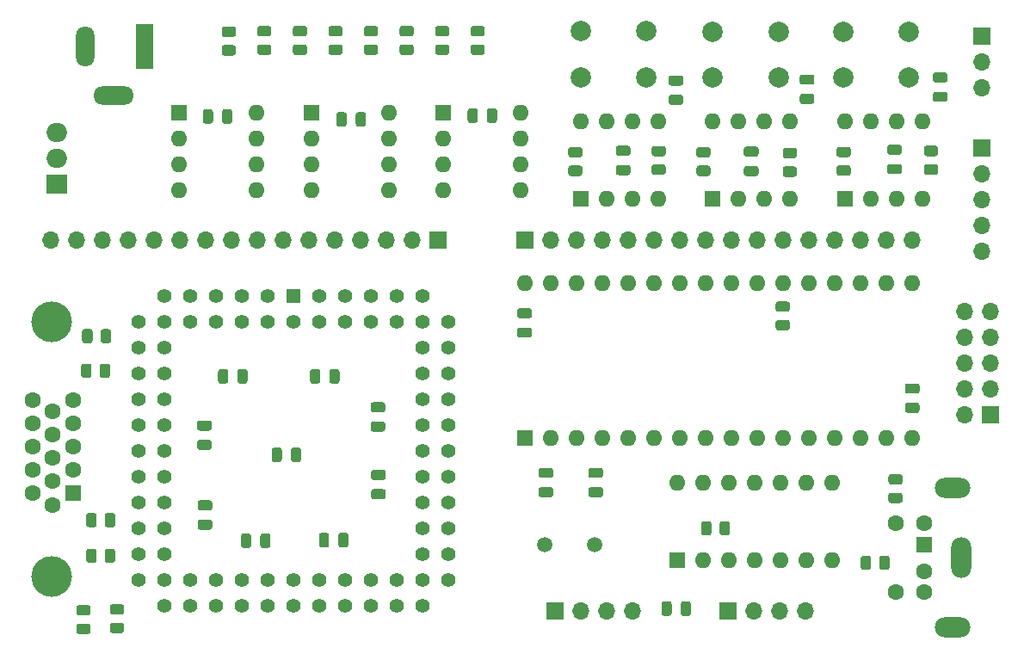
<source format=gbr>
%TF.GenerationSoftware,KiCad,Pcbnew,(5.1.10)-1*%
%TF.CreationDate,2022-03-07T13:38:47+08:00*%
%TF.ProjectId,MAX7000-GPU,4d415837-3030-4302-9d47-50552e6b6963,rev?*%
%TF.SameCoordinates,Original*%
%TF.FileFunction,Soldermask,Bot*%
%TF.FilePolarity,Negative*%
%FSLAX46Y46*%
G04 Gerber Fmt 4.6, Leading zero omitted, Abs format (unit mm)*
G04 Created by KiCad (PCBNEW (5.1.10)-1) date 2022-03-07 13:38:47*
%MOMM*%
%LPD*%
G01*
G04 APERTURE LIST*
%ADD10O,1.700000X1.700000*%
%ADD11R,1.700000X1.700000*%
%ADD12C,1.500000*%
%ADD13O,2.000000X1.905000*%
%ADD14R,2.000000X1.905000*%
%ADD15O,1.600000X1.600000*%
%ADD16R,1.600000X1.600000*%
%ADD17C,1.422400*%
%ADD18R,1.422400X1.422400*%
%ADD19C,2.000000*%
%ADD20C,4.000000*%
%ADD21C,1.600000*%
%ADD22R,1.800000X4.400000*%
%ADD23O,1.800000X4.000000*%
%ADD24O,4.000000X1.800000*%
%ADD25O,2.000000X4.000000*%
%ADD26O,3.500000X2.000000*%
G04 APERTURE END LIST*
D10*
%TO.C,J10*%
X274835000Y-81090000D03*
X277375000Y-81090000D03*
X274835000Y-83630000D03*
X277375000Y-83630000D03*
X274835000Y-86170000D03*
X277375000Y-86170000D03*
X274835000Y-88710000D03*
X277375000Y-88710000D03*
X274835000Y-91250000D03*
D11*
X277375000Y-91250000D03*
%TD*%
D10*
%TO.C,J3*%
X276500000Y-75160000D03*
X276500000Y-72620000D03*
X276500000Y-70080000D03*
X276500000Y-67540000D03*
D11*
X276500000Y-65000000D03*
%TD*%
D12*
%TO.C,Y1*%
X233500000Y-104000000D03*
X238380000Y-104000000D03*
%TD*%
D13*
%TO.C,U10*%
X185500000Y-63460000D03*
X185500000Y-66000000D03*
D14*
X185500000Y-68540000D03*
%TD*%
D15*
%TO.C,U9*%
X231120000Y-61500000D03*
X223500000Y-69120000D03*
X231120000Y-64040000D03*
X223500000Y-66580000D03*
X231120000Y-66580000D03*
X223500000Y-64040000D03*
X231120000Y-69120000D03*
D16*
X223500000Y-61500000D03*
%TD*%
D15*
%TO.C,U8*%
X263000000Y-62380000D03*
X270620000Y-70000000D03*
X265540000Y-62380000D03*
X268080000Y-70000000D03*
X268080000Y-62380000D03*
X265540000Y-70000000D03*
X270620000Y-62380000D03*
D16*
X263000000Y-70000000D03*
%TD*%
D15*
%TO.C,U7*%
X218120000Y-61500000D03*
X210500000Y-69120000D03*
X218120000Y-64040000D03*
X210500000Y-66580000D03*
X218120000Y-66580000D03*
X210500000Y-64040000D03*
X218120000Y-69120000D03*
D16*
X210500000Y-61500000D03*
%TD*%
D15*
%TO.C,U6*%
X205120000Y-61500000D03*
X197500000Y-69120000D03*
X205120000Y-64040000D03*
X197500000Y-66580000D03*
X205120000Y-66580000D03*
X197500000Y-64040000D03*
X205120000Y-69120000D03*
D16*
X197500000Y-61500000D03*
%TD*%
%TO.C,U5*%
X250000000Y-70000000D03*
D15*
X257620000Y-62380000D03*
X252540000Y-70000000D03*
X255080000Y-62380000D03*
X255080000Y-70000000D03*
X252540000Y-62380000D03*
X257620000Y-70000000D03*
X250000000Y-62380000D03*
%TD*%
%TO.C,U4*%
X231500000Y-78260000D03*
X269600000Y-93500000D03*
X234040000Y-78260000D03*
X267060000Y-93500000D03*
X236580000Y-78260000D03*
X264520000Y-93500000D03*
X239120000Y-78260000D03*
X261980000Y-93500000D03*
X241660000Y-78260000D03*
X259440000Y-93500000D03*
X244200000Y-78260000D03*
X256900000Y-93500000D03*
X246740000Y-78260000D03*
X254360000Y-93500000D03*
X249280000Y-78260000D03*
X251820000Y-93500000D03*
X251820000Y-78260000D03*
X249280000Y-93500000D03*
X254360000Y-78260000D03*
X246740000Y-93500000D03*
X256900000Y-78260000D03*
X244200000Y-93500000D03*
X259440000Y-78260000D03*
X241660000Y-93500000D03*
X261980000Y-78260000D03*
X239120000Y-93500000D03*
X264520000Y-78260000D03*
X236580000Y-93500000D03*
X267060000Y-78260000D03*
X234040000Y-93500000D03*
X269600000Y-78260000D03*
D16*
X231500000Y-93500000D03*
%TD*%
D15*
%TO.C,U3*%
X237000000Y-62380000D03*
X244620000Y-70000000D03*
X239540000Y-62380000D03*
X242080000Y-70000000D03*
X242080000Y-62380000D03*
X239540000Y-70000000D03*
X244620000Y-62380000D03*
D16*
X237000000Y-70000000D03*
%TD*%
D15*
%TO.C,U2*%
X246500000Y-97880000D03*
X261740000Y-105500000D03*
X249040000Y-97880000D03*
X259200000Y-105500000D03*
X251580000Y-97880000D03*
X256660000Y-105500000D03*
X254120000Y-97880000D03*
X254120000Y-105500000D03*
X256660000Y-97880000D03*
X251580000Y-105500000D03*
X259200000Y-97880000D03*
X249040000Y-105500000D03*
X261740000Y-97880000D03*
D16*
X246500000Y-105500000D03*
%TD*%
D17*
%TO.C,U1*%
X223980000Y-84640000D03*
X223980000Y-87180000D03*
X223980000Y-89720000D03*
X223980000Y-92260000D03*
X223980000Y-94800000D03*
X223980000Y-97340000D03*
X223980000Y-99880000D03*
X223980000Y-102420000D03*
X223980000Y-104960000D03*
X223980000Y-107500000D03*
X221440000Y-84640000D03*
X221440000Y-87180000D03*
X221440000Y-89720000D03*
X221440000Y-92260000D03*
X221440000Y-94800000D03*
X221440000Y-97340000D03*
X221440000Y-99880000D03*
X221440000Y-102420000D03*
X221440000Y-104960000D03*
X221440000Y-107500000D03*
X221440000Y-110040000D03*
X218900000Y-110040000D03*
X216360000Y-110040000D03*
X213820000Y-110040000D03*
X211280000Y-110040000D03*
X208740000Y-110040000D03*
X206200000Y-110040000D03*
X203660000Y-110040000D03*
X201120000Y-110040000D03*
X198580000Y-110040000D03*
X196040000Y-110040000D03*
X218900000Y-107500000D03*
X216360000Y-107500000D03*
X213820000Y-107500000D03*
X211280000Y-107500000D03*
X208740000Y-107500000D03*
X206200000Y-107500000D03*
X203660000Y-107500000D03*
X201120000Y-107500000D03*
X198580000Y-107500000D03*
X196040000Y-107500000D03*
X193500000Y-107500000D03*
X193500000Y-104960000D03*
X193500000Y-102420000D03*
X193500000Y-99880000D03*
X193500000Y-97340000D03*
X193500000Y-94800000D03*
X193500000Y-92260000D03*
X193500000Y-89720000D03*
X193500000Y-87180000D03*
X193500000Y-84640000D03*
X193500000Y-82100000D03*
X196040000Y-104960000D03*
X196040000Y-102420000D03*
X196040000Y-99880000D03*
X196040000Y-97340000D03*
X196040000Y-94800000D03*
X196040000Y-92260000D03*
X196040000Y-89720000D03*
X196040000Y-87180000D03*
X196040000Y-84640000D03*
X196040000Y-82100000D03*
X221440000Y-79560000D03*
X218900000Y-79560000D03*
X216360000Y-79560000D03*
X213820000Y-79560000D03*
X211280000Y-79560000D03*
X196040000Y-79560000D03*
X198580000Y-79560000D03*
X201120000Y-79560000D03*
X203660000Y-79560000D03*
X206200000Y-79560000D03*
D18*
X208740000Y-79560000D03*
D17*
X223980000Y-82100000D03*
X221440000Y-82100000D03*
X218900000Y-82100000D03*
X216360000Y-82100000D03*
X213820000Y-82100000D03*
X211280000Y-82100000D03*
X198580000Y-82100000D03*
X201120000Y-82100000D03*
X203660000Y-82100000D03*
X206200000Y-82100000D03*
X208740000Y-82100000D03*
%TD*%
D19*
%TO.C,SW3*%
X269325000Y-53525000D03*
X269325000Y-58025000D03*
X262825000Y-53525000D03*
X262825000Y-58025000D03*
%TD*%
%TO.C,SW2*%
X256475000Y-53525000D03*
X256475000Y-58025000D03*
X249975000Y-53525000D03*
X249975000Y-58025000D03*
%TD*%
%TO.C,SW1*%
X243500000Y-53500000D03*
X243500000Y-58000000D03*
X237000000Y-53500000D03*
X237000000Y-58000000D03*
%TD*%
%TO.C,R25*%
G36*
G01*
X227350001Y-54000000D02*
X226449999Y-54000000D01*
G75*
G02*
X226200000Y-53750001I0J249999D01*
G01*
X226200000Y-53224999D01*
G75*
G02*
X226449999Y-52975000I249999J0D01*
G01*
X227350001Y-52975000D01*
G75*
G02*
X227600000Y-53224999I0J-249999D01*
G01*
X227600000Y-53750001D01*
G75*
G02*
X227350001Y-54000000I-249999J0D01*
G01*
G37*
G36*
G01*
X227350001Y-55825000D02*
X226449999Y-55825000D01*
G75*
G02*
X226200000Y-55575001I0J249999D01*
G01*
X226200000Y-55049999D01*
G75*
G02*
X226449999Y-54800000I249999J0D01*
G01*
X227350001Y-54800000D01*
G75*
G02*
X227600000Y-55049999I0J-249999D01*
G01*
X227600000Y-55575001D01*
G75*
G02*
X227350001Y-55825000I-249999J0D01*
G01*
G37*
%TD*%
%TO.C,R24*%
G36*
G01*
X223850001Y-54000000D02*
X222949999Y-54000000D01*
G75*
G02*
X222700000Y-53750001I0J249999D01*
G01*
X222700000Y-53224999D01*
G75*
G02*
X222949999Y-52975000I249999J0D01*
G01*
X223850001Y-52975000D01*
G75*
G02*
X224100000Y-53224999I0J-249999D01*
G01*
X224100000Y-53750001D01*
G75*
G02*
X223850001Y-54000000I-249999J0D01*
G01*
G37*
G36*
G01*
X223850001Y-55825000D02*
X222949999Y-55825000D01*
G75*
G02*
X222700000Y-55575001I0J249999D01*
G01*
X222700000Y-55049999D01*
G75*
G02*
X222949999Y-54800000I249999J0D01*
G01*
X223850001Y-54800000D01*
G75*
G02*
X224100000Y-55049999I0J-249999D01*
G01*
X224100000Y-55575001D01*
G75*
G02*
X223850001Y-55825000I-249999J0D01*
G01*
G37*
%TD*%
%TO.C,R23*%
G36*
G01*
X220350001Y-54000000D02*
X219449999Y-54000000D01*
G75*
G02*
X219200000Y-53750001I0J249999D01*
G01*
X219200000Y-53224999D01*
G75*
G02*
X219449999Y-52975000I249999J0D01*
G01*
X220350001Y-52975000D01*
G75*
G02*
X220600000Y-53224999I0J-249999D01*
G01*
X220600000Y-53750001D01*
G75*
G02*
X220350001Y-54000000I-249999J0D01*
G01*
G37*
G36*
G01*
X220350001Y-55825000D02*
X219449999Y-55825000D01*
G75*
G02*
X219200000Y-55575001I0J249999D01*
G01*
X219200000Y-55049999D01*
G75*
G02*
X219449999Y-54800000I249999J0D01*
G01*
X220350001Y-54800000D01*
G75*
G02*
X220600000Y-55049999I0J-249999D01*
G01*
X220600000Y-55575001D01*
G75*
G02*
X220350001Y-55825000I-249999J0D01*
G01*
G37*
%TD*%
%TO.C,R22*%
G36*
G01*
X216850001Y-54000000D02*
X215949999Y-54000000D01*
G75*
G02*
X215700000Y-53750001I0J249999D01*
G01*
X215700000Y-53224999D01*
G75*
G02*
X215949999Y-52975000I249999J0D01*
G01*
X216850001Y-52975000D01*
G75*
G02*
X217100000Y-53224999I0J-249999D01*
G01*
X217100000Y-53750001D01*
G75*
G02*
X216850001Y-54000000I-249999J0D01*
G01*
G37*
G36*
G01*
X216850001Y-55825000D02*
X215949999Y-55825000D01*
G75*
G02*
X215700000Y-55575001I0J249999D01*
G01*
X215700000Y-55049999D01*
G75*
G02*
X215949999Y-54800000I249999J0D01*
G01*
X216850001Y-54800000D01*
G75*
G02*
X217100000Y-55049999I0J-249999D01*
G01*
X217100000Y-55575001D01*
G75*
G02*
X216850001Y-55825000I-249999J0D01*
G01*
G37*
%TD*%
%TO.C,R21*%
G36*
G01*
X213350001Y-54000000D02*
X212449999Y-54000000D01*
G75*
G02*
X212200000Y-53750001I0J249999D01*
G01*
X212200000Y-53224999D01*
G75*
G02*
X212449999Y-52975000I249999J0D01*
G01*
X213350001Y-52975000D01*
G75*
G02*
X213600000Y-53224999I0J-249999D01*
G01*
X213600000Y-53750001D01*
G75*
G02*
X213350001Y-54000000I-249999J0D01*
G01*
G37*
G36*
G01*
X213350001Y-55825000D02*
X212449999Y-55825000D01*
G75*
G02*
X212200000Y-55575001I0J249999D01*
G01*
X212200000Y-55049999D01*
G75*
G02*
X212449999Y-54800000I249999J0D01*
G01*
X213350001Y-54800000D01*
G75*
G02*
X213600000Y-55049999I0J-249999D01*
G01*
X213600000Y-55575001D01*
G75*
G02*
X213350001Y-55825000I-249999J0D01*
G01*
G37*
%TD*%
%TO.C,R20*%
G36*
G01*
X209850001Y-54000000D02*
X208949999Y-54000000D01*
G75*
G02*
X208700000Y-53750001I0J249999D01*
G01*
X208700000Y-53224999D01*
G75*
G02*
X208949999Y-52975000I249999J0D01*
G01*
X209850001Y-52975000D01*
G75*
G02*
X210100000Y-53224999I0J-249999D01*
G01*
X210100000Y-53750001D01*
G75*
G02*
X209850001Y-54000000I-249999J0D01*
G01*
G37*
G36*
G01*
X209850001Y-55825000D02*
X208949999Y-55825000D01*
G75*
G02*
X208700000Y-55575001I0J249999D01*
G01*
X208700000Y-55049999D01*
G75*
G02*
X208949999Y-54800000I249999J0D01*
G01*
X209850001Y-54800000D01*
G75*
G02*
X210100000Y-55049999I0J-249999D01*
G01*
X210100000Y-55575001D01*
G75*
G02*
X209850001Y-55825000I-249999J0D01*
G01*
G37*
%TD*%
%TO.C,R19*%
G36*
G01*
X188550001Y-110988000D02*
X187649999Y-110988000D01*
G75*
G02*
X187400000Y-110738001I0J249999D01*
G01*
X187400000Y-110212999D01*
G75*
G02*
X187649999Y-109963000I249999J0D01*
G01*
X188550001Y-109963000D01*
G75*
G02*
X188800000Y-110212999I0J-249999D01*
G01*
X188800000Y-110738001D01*
G75*
G02*
X188550001Y-110988000I-249999J0D01*
G01*
G37*
G36*
G01*
X188550001Y-112813000D02*
X187649999Y-112813000D01*
G75*
G02*
X187400000Y-112563001I0J249999D01*
G01*
X187400000Y-112037999D01*
G75*
G02*
X187649999Y-111788000I249999J0D01*
G01*
X188550001Y-111788000D01*
G75*
G02*
X188800000Y-112037999I0J-249999D01*
G01*
X188800000Y-112563001D01*
G75*
G02*
X188550001Y-112813000I-249999J0D01*
G01*
G37*
%TD*%
%TO.C,R18*%
G36*
G01*
X191850001Y-110888000D02*
X190949999Y-110888000D01*
G75*
G02*
X190700000Y-110638001I0J249999D01*
G01*
X190700000Y-110112999D01*
G75*
G02*
X190949999Y-109863000I249999J0D01*
G01*
X191850001Y-109863000D01*
G75*
G02*
X192100000Y-110112999I0J-249999D01*
G01*
X192100000Y-110638001D01*
G75*
G02*
X191850001Y-110888000I-249999J0D01*
G01*
G37*
G36*
G01*
X191850001Y-112713000D02*
X190949999Y-112713000D01*
G75*
G02*
X190700000Y-112463001I0J249999D01*
G01*
X190700000Y-111937999D01*
G75*
G02*
X190949999Y-111688000I249999J0D01*
G01*
X191850001Y-111688000D01*
G75*
G02*
X192100000Y-111937999I0J-249999D01*
G01*
X192100000Y-112463001D01*
G75*
G02*
X191850001Y-112713000I-249999J0D01*
G01*
G37*
%TD*%
%TO.C,R17*%
G36*
G01*
X206350001Y-54000000D02*
X205449999Y-54000000D01*
G75*
G02*
X205200000Y-53750001I0J249999D01*
G01*
X205200000Y-53224999D01*
G75*
G02*
X205449999Y-52975000I249999J0D01*
G01*
X206350001Y-52975000D01*
G75*
G02*
X206600000Y-53224999I0J-249999D01*
G01*
X206600000Y-53750001D01*
G75*
G02*
X206350001Y-54000000I-249999J0D01*
G01*
G37*
G36*
G01*
X206350001Y-55825000D02*
X205449999Y-55825000D01*
G75*
G02*
X205200000Y-55575001I0J249999D01*
G01*
X205200000Y-55049999D01*
G75*
G02*
X205449999Y-54800000I249999J0D01*
G01*
X206350001Y-54800000D01*
G75*
G02*
X206600000Y-55049999I0J-249999D01*
G01*
X206600000Y-55575001D01*
G75*
G02*
X206350001Y-55825000I-249999J0D01*
G01*
G37*
%TD*%
%TO.C,R16*%
G36*
G01*
X189400000Y-104649999D02*
X189400000Y-105550001D01*
G75*
G02*
X189150001Y-105800000I-249999J0D01*
G01*
X188624999Y-105800000D01*
G75*
G02*
X188375000Y-105550001I0J249999D01*
G01*
X188375000Y-104649999D01*
G75*
G02*
X188624999Y-104400000I249999J0D01*
G01*
X189150001Y-104400000D01*
G75*
G02*
X189400000Y-104649999I0J-249999D01*
G01*
G37*
G36*
G01*
X191225000Y-104649999D02*
X191225000Y-105550001D01*
G75*
G02*
X190975001Y-105800000I-249999J0D01*
G01*
X190449999Y-105800000D01*
G75*
G02*
X190200000Y-105550001I0J249999D01*
G01*
X190200000Y-104649999D01*
G75*
G02*
X190449999Y-104400000I249999J0D01*
G01*
X190975001Y-104400000D01*
G75*
G02*
X191225000Y-104649999I0J-249999D01*
G01*
G37*
%TD*%
%TO.C,R15*%
G36*
G01*
X189400000Y-101149999D02*
X189400000Y-102050001D01*
G75*
G02*
X189150001Y-102300000I-249999J0D01*
G01*
X188624999Y-102300000D01*
G75*
G02*
X188375000Y-102050001I0J249999D01*
G01*
X188375000Y-101149999D01*
G75*
G02*
X188624999Y-100900000I249999J0D01*
G01*
X189150001Y-100900000D01*
G75*
G02*
X189400000Y-101149999I0J-249999D01*
G01*
G37*
G36*
G01*
X191225000Y-101149999D02*
X191225000Y-102050001D01*
G75*
G02*
X190975001Y-102300000I-249999J0D01*
G01*
X190449999Y-102300000D01*
G75*
G02*
X190200000Y-102050001I0J249999D01*
G01*
X190200000Y-101149999D01*
G75*
G02*
X190449999Y-100900000I249999J0D01*
G01*
X190975001Y-100900000D01*
G75*
G02*
X191225000Y-101149999I0J-249999D01*
G01*
G37*
%TD*%
%TO.C,R14*%
G36*
G01*
X189700000Y-87350001D02*
X189700000Y-86449999D01*
G75*
G02*
X189949999Y-86200000I249999J0D01*
G01*
X190475001Y-86200000D01*
G75*
G02*
X190725000Y-86449999I0J-249999D01*
G01*
X190725000Y-87350001D01*
G75*
G02*
X190475001Y-87600000I-249999J0D01*
G01*
X189949999Y-87600000D01*
G75*
G02*
X189700000Y-87350001I0J249999D01*
G01*
G37*
G36*
G01*
X187875000Y-87350001D02*
X187875000Y-86449999D01*
G75*
G02*
X188124999Y-86200000I249999J0D01*
G01*
X188650001Y-86200000D01*
G75*
G02*
X188900000Y-86449999I0J-249999D01*
G01*
X188900000Y-87350001D01*
G75*
G02*
X188650001Y-87600000I-249999J0D01*
G01*
X188124999Y-87600000D01*
G75*
G02*
X187875000Y-87350001I0J249999D01*
G01*
G37*
%TD*%
%TO.C,R13*%
G36*
G01*
X189800000Y-83950001D02*
X189800000Y-83049999D01*
G75*
G02*
X190049999Y-82800000I249999J0D01*
G01*
X190575001Y-82800000D01*
G75*
G02*
X190825000Y-83049999I0J-249999D01*
G01*
X190825000Y-83950001D01*
G75*
G02*
X190575001Y-84200000I-249999J0D01*
G01*
X190049999Y-84200000D01*
G75*
G02*
X189800000Y-83950001I0J249999D01*
G01*
G37*
G36*
G01*
X187975000Y-83950001D02*
X187975000Y-83049999D01*
G75*
G02*
X188224999Y-82800000I249999J0D01*
G01*
X188750001Y-82800000D01*
G75*
G02*
X189000000Y-83049999I0J-249999D01*
G01*
X189000000Y-83950001D01*
G75*
G02*
X188750001Y-84200000I-249999J0D01*
G01*
X188224999Y-84200000D01*
G75*
G02*
X187975000Y-83950001I0J249999D01*
G01*
G37*
%TD*%
%TO.C,R12*%
G36*
G01*
X202850001Y-54062500D02*
X201949999Y-54062500D01*
G75*
G02*
X201700000Y-53812501I0J249999D01*
G01*
X201700000Y-53287499D01*
G75*
G02*
X201949999Y-53037500I249999J0D01*
G01*
X202850001Y-53037500D01*
G75*
G02*
X203100000Y-53287499I0J-249999D01*
G01*
X203100000Y-53812501D01*
G75*
G02*
X202850001Y-54062500I-249999J0D01*
G01*
G37*
G36*
G01*
X202850001Y-55887500D02*
X201949999Y-55887500D01*
G75*
G02*
X201700000Y-55637501I0J249999D01*
G01*
X201700000Y-55112499D01*
G75*
G02*
X201949999Y-54862500I249999J0D01*
G01*
X202850001Y-54862500D01*
G75*
G02*
X203100000Y-55112499I0J-249999D01*
G01*
X203100000Y-55637501D01*
G75*
G02*
X202850001Y-55887500I-249999J0D01*
G01*
G37*
%TD*%
%TO.C,R11*%
G36*
G01*
X271049999Y-66587500D02*
X271950001Y-66587500D01*
G75*
G02*
X272200000Y-66837499I0J-249999D01*
G01*
X272200000Y-67362501D01*
G75*
G02*
X271950001Y-67612500I-249999J0D01*
G01*
X271049999Y-67612500D01*
G75*
G02*
X270800000Y-67362501I0J249999D01*
G01*
X270800000Y-66837499D01*
G75*
G02*
X271049999Y-66587500I249999J0D01*
G01*
G37*
G36*
G01*
X271049999Y-64762500D02*
X271950001Y-64762500D01*
G75*
G02*
X272200000Y-65012499I0J-249999D01*
G01*
X272200000Y-65537501D01*
G75*
G02*
X271950001Y-65787500I-249999J0D01*
G01*
X271049999Y-65787500D01*
G75*
G02*
X270800000Y-65537501I0J249999D01*
G01*
X270800000Y-65012499D01*
G75*
G02*
X271049999Y-64762500I249999J0D01*
G01*
G37*
%TD*%
%TO.C,R10*%
G36*
G01*
X265600000Y-105349999D02*
X265600000Y-106250001D01*
G75*
G02*
X265350001Y-106500000I-249999J0D01*
G01*
X264824999Y-106500000D01*
G75*
G02*
X264575000Y-106250001I0J249999D01*
G01*
X264575000Y-105349999D01*
G75*
G02*
X264824999Y-105100000I249999J0D01*
G01*
X265350001Y-105100000D01*
G75*
G02*
X265600000Y-105349999I0J-249999D01*
G01*
G37*
G36*
G01*
X267425000Y-105349999D02*
X267425000Y-106250001D01*
G75*
G02*
X267175001Y-106500000I-249999J0D01*
G01*
X266649999Y-106500000D01*
G75*
G02*
X266400000Y-106250001I0J249999D01*
G01*
X266400000Y-105349999D01*
G75*
G02*
X266649999Y-105100000I249999J0D01*
G01*
X267175001Y-105100000D01*
G75*
G02*
X267425000Y-105349999I0J-249999D01*
G01*
G37*
%TD*%
%TO.C,R9*%
G36*
G01*
X262449999Y-66687500D02*
X263350001Y-66687500D01*
G75*
G02*
X263600000Y-66937499I0J-249999D01*
G01*
X263600000Y-67462501D01*
G75*
G02*
X263350001Y-67712500I-249999J0D01*
G01*
X262449999Y-67712500D01*
G75*
G02*
X262200000Y-67462501I0J249999D01*
G01*
X262200000Y-66937499D01*
G75*
G02*
X262449999Y-66687500I249999J0D01*
G01*
G37*
G36*
G01*
X262449999Y-64862500D02*
X263350001Y-64862500D01*
G75*
G02*
X263600000Y-65112499I0J-249999D01*
G01*
X263600000Y-65637501D01*
G75*
G02*
X263350001Y-65887500I-249999J0D01*
G01*
X262449999Y-65887500D01*
G75*
G02*
X262200000Y-65637501I0J249999D01*
G01*
X262200000Y-65112499D01*
G75*
G02*
X262449999Y-64862500I249999J0D01*
G01*
G37*
%TD*%
%TO.C,R8*%
G36*
G01*
X257350001Y-81100000D02*
X256449999Y-81100000D01*
G75*
G02*
X256200000Y-80850001I0J249999D01*
G01*
X256200000Y-80324999D01*
G75*
G02*
X256449999Y-80075000I249999J0D01*
G01*
X257350001Y-80075000D01*
G75*
G02*
X257600000Y-80324999I0J-249999D01*
G01*
X257600000Y-80850001D01*
G75*
G02*
X257350001Y-81100000I-249999J0D01*
G01*
G37*
G36*
G01*
X257350001Y-82925000D02*
X256449999Y-82925000D01*
G75*
G02*
X256200000Y-82675001I0J249999D01*
G01*
X256200000Y-82149999D01*
G75*
G02*
X256449999Y-81900000I249999J0D01*
G01*
X257350001Y-81900000D01*
G75*
G02*
X257600000Y-82149999I0J-249999D01*
G01*
X257600000Y-82675001D01*
G75*
G02*
X257350001Y-82925000I-249999J0D01*
G01*
G37*
%TD*%
%TO.C,R7*%
G36*
G01*
X257149999Y-66800000D02*
X258050001Y-66800000D01*
G75*
G02*
X258300000Y-67049999I0J-249999D01*
G01*
X258300000Y-67575001D01*
G75*
G02*
X258050001Y-67825000I-249999J0D01*
G01*
X257149999Y-67825000D01*
G75*
G02*
X256900000Y-67575001I0J249999D01*
G01*
X256900000Y-67049999D01*
G75*
G02*
X257149999Y-66800000I249999J0D01*
G01*
G37*
G36*
G01*
X257149999Y-64975000D02*
X258050001Y-64975000D01*
G75*
G02*
X258300000Y-65224999I0J-249999D01*
G01*
X258300000Y-65750001D01*
G75*
G02*
X258050001Y-66000000I-249999J0D01*
G01*
X257149999Y-66000000D01*
G75*
G02*
X256900000Y-65750001I0J249999D01*
G01*
X256900000Y-65224999D01*
G75*
G02*
X257149999Y-64975000I249999J0D01*
G01*
G37*
%TD*%
%TO.C,R6*%
G36*
G01*
X268450001Y-98100000D02*
X267549999Y-98100000D01*
G75*
G02*
X267300000Y-97850001I0J249999D01*
G01*
X267300000Y-97324999D01*
G75*
G02*
X267549999Y-97075000I249999J0D01*
G01*
X268450001Y-97075000D01*
G75*
G02*
X268700000Y-97324999I0J-249999D01*
G01*
X268700000Y-97850001D01*
G75*
G02*
X268450001Y-98100000I-249999J0D01*
G01*
G37*
G36*
G01*
X268450001Y-99925000D02*
X267549999Y-99925000D01*
G75*
G02*
X267300000Y-99675001I0J249999D01*
G01*
X267300000Y-99149999D01*
G75*
G02*
X267549999Y-98900000I249999J0D01*
G01*
X268450001Y-98900000D01*
G75*
G02*
X268700000Y-99149999I0J-249999D01*
G01*
X268700000Y-99675001D01*
G75*
G02*
X268450001Y-99925000I-249999J0D01*
G01*
G37*
%TD*%
%TO.C,R5*%
G36*
G01*
X248649999Y-66712500D02*
X249550001Y-66712500D01*
G75*
G02*
X249800000Y-66962499I0J-249999D01*
G01*
X249800000Y-67487501D01*
G75*
G02*
X249550001Y-67737500I-249999J0D01*
G01*
X248649999Y-67737500D01*
G75*
G02*
X248400000Y-67487501I0J249999D01*
G01*
X248400000Y-66962499D01*
G75*
G02*
X248649999Y-66712500I249999J0D01*
G01*
G37*
G36*
G01*
X248649999Y-64887500D02*
X249550001Y-64887500D01*
G75*
G02*
X249800000Y-65137499I0J-249999D01*
G01*
X249800000Y-65662501D01*
G75*
G02*
X249550001Y-65912500I-249999J0D01*
G01*
X248649999Y-65912500D01*
G75*
G02*
X248400000Y-65662501I0J249999D01*
G01*
X248400000Y-65137499D01*
G75*
G02*
X248649999Y-64887500I249999J0D01*
G01*
G37*
%TD*%
%TO.C,R3*%
G36*
G01*
X244249999Y-66600000D02*
X245150001Y-66600000D01*
G75*
G02*
X245400000Y-66849999I0J-249999D01*
G01*
X245400000Y-67375001D01*
G75*
G02*
X245150001Y-67625000I-249999J0D01*
G01*
X244249999Y-67625000D01*
G75*
G02*
X244000000Y-67375001I0J249999D01*
G01*
X244000000Y-66849999D01*
G75*
G02*
X244249999Y-66600000I249999J0D01*
G01*
G37*
G36*
G01*
X244249999Y-64775000D02*
X245150001Y-64775000D01*
G75*
G02*
X245400000Y-65024999I0J-249999D01*
G01*
X245400000Y-65550001D01*
G75*
G02*
X245150001Y-65800000I-249999J0D01*
G01*
X244249999Y-65800000D01*
G75*
G02*
X244000000Y-65550001I0J249999D01*
G01*
X244000000Y-65024999D01*
G75*
G02*
X244249999Y-64775000I249999J0D01*
G01*
G37*
%TD*%
%TO.C,R2*%
G36*
G01*
X236049999Y-66712500D02*
X236950001Y-66712500D01*
G75*
G02*
X237200000Y-66962499I0J-249999D01*
G01*
X237200000Y-67487501D01*
G75*
G02*
X236950001Y-67737500I-249999J0D01*
G01*
X236049999Y-67737500D01*
G75*
G02*
X235800000Y-67487501I0J249999D01*
G01*
X235800000Y-66962499D01*
G75*
G02*
X236049999Y-66712500I249999J0D01*
G01*
G37*
G36*
G01*
X236049999Y-64887500D02*
X236950001Y-64887500D01*
G75*
G02*
X237200000Y-65137499I0J-249999D01*
G01*
X237200000Y-65662501D01*
G75*
G02*
X236950001Y-65912500I-249999J0D01*
G01*
X236049999Y-65912500D01*
G75*
G02*
X235800000Y-65662501I0J249999D01*
G01*
X235800000Y-65137499D01*
G75*
G02*
X236049999Y-64887500I249999J0D01*
G01*
G37*
%TD*%
%TO.C,R1*%
G36*
G01*
X249900000Y-101949999D02*
X249900000Y-102850001D01*
G75*
G02*
X249650001Y-103100000I-249999J0D01*
G01*
X249124999Y-103100000D01*
G75*
G02*
X248875000Y-102850001I0J249999D01*
G01*
X248875000Y-101949999D01*
G75*
G02*
X249124999Y-101700000I249999J0D01*
G01*
X249650001Y-101700000D01*
G75*
G02*
X249900000Y-101949999I0J-249999D01*
G01*
G37*
G36*
G01*
X251725000Y-101949999D02*
X251725000Y-102850001D01*
G75*
G02*
X251475001Y-103100000I-249999J0D01*
G01*
X250949999Y-103100000D01*
G75*
G02*
X250700000Y-102850001I0J249999D01*
G01*
X250700000Y-101949999D01*
G75*
G02*
X250949999Y-101700000I249999J0D01*
G01*
X251475001Y-101700000D01*
G75*
G02*
X251725000Y-101949999I0J-249999D01*
G01*
G37*
%TD*%
D10*
%TO.C,J9*%
X259120000Y-110500000D03*
X256580000Y-110500000D03*
X254040000Y-110500000D03*
D11*
X251500000Y-110500000D03*
%TD*%
D10*
%TO.C,J8*%
X269600000Y-74000000D03*
X267060000Y-74000000D03*
X264520000Y-74000000D03*
X261980000Y-74000000D03*
X259440000Y-74000000D03*
X256900000Y-74000000D03*
X254360000Y-74000000D03*
X251820000Y-74000000D03*
X249280000Y-74000000D03*
X246740000Y-74000000D03*
X244200000Y-74000000D03*
X241660000Y-74000000D03*
X239120000Y-74000000D03*
X236580000Y-74000000D03*
X234040000Y-74000000D03*
D11*
X231500000Y-74000000D03*
%TD*%
D10*
%TO.C,J7*%
X184900000Y-74000000D03*
X187440000Y-74000000D03*
X189980000Y-74000000D03*
X192520000Y-74000000D03*
X195060000Y-74000000D03*
X197600000Y-74000000D03*
X200140000Y-74000000D03*
X202680000Y-74000000D03*
X205220000Y-74000000D03*
X207760000Y-74000000D03*
X210300000Y-74000000D03*
X212840000Y-74000000D03*
X215380000Y-74000000D03*
X217920000Y-74000000D03*
X220460000Y-74000000D03*
D11*
X223000000Y-74000000D03*
%TD*%
D10*
%TO.C,J6*%
X276500000Y-59080000D03*
X276500000Y-56540000D03*
D11*
X276500000Y-54000000D03*
%TD*%
D20*
%TO.C,J5*%
X185000000Y-107120000D03*
X185000000Y-82120000D03*
D21*
X183090000Y-89775000D03*
X183090000Y-92065000D03*
X183090000Y-94355000D03*
X183090000Y-96645000D03*
X183090000Y-98935000D03*
X185070000Y-90920000D03*
X185070000Y-93210000D03*
X185070000Y-95500000D03*
X185070000Y-97790000D03*
X185070000Y-100080000D03*
X187050000Y-89775000D03*
X187050000Y-92065000D03*
X187050000Y-94355000D03*
X187050000Y-96645000D03*
D16*
X187050000Y-98935000D03*
%TD*%
D22*
%TO.C,J4*%
X194100000Y-55000000D03*
D23*
X188300000Y-55000000D03*
D24*
X191100000Y-59800000D03*
%TD*%
D10*
%TO.C,J2*%
X242120000Y-110500000D03*
X239580000Y-110500000D03*
X237040000Y-110500000D03*
D11*
X234500000Y-110500000D03*
%TD*%
D25*
%TO.C,J1*%
X274450000Y-105300000D03*
D21*
X268000000Y-108700000D03*
X268000000Y-101900000D03*
X270800000Y-108700000D03*
X270800000Y-101900000D03*
X270800000Y-106600000D03*
D16*
X270800000Y-104000000D03*
D26*
X273650000Y-98450000D03*
X273650000Y-112150000D03*
%TD*%
%TO.C,C23*%
G36*
G01*
X267425000Y-66550000D02*
X268375000Y-66550000D01*
G75*
G02*
X268625000Y-66800000I0J-250000D01*
G01*
X268625000Y-67300000D01*
G75*
G02*
X268375000Y-67550000I-250000J0D01*
G01*
X267425000Y-67550000D01*
G75*
G02*
X267175000Y-67300000I0J250000D01*
G01*
X267175000Y-66800000D01*
G75*
G02*
X267425000Y-66550000I250000J0D01*
G01*
G37*
G36*
G01*
X267425000Y-64650000D02*
X268375000Y-64650000D01*
G75*
G02*
X268625000Y-64900000I0J-250000D01*
G01*
X268625000Y-65400000D01*
G75*
G02*
X268375000Y-65650000I-250000J0D01*
G01*
X267425000Y-65650000D01*
G75*
G02*
X267175000Y-65400000I0J250000D01*
G01*
X267175000Y-64900000D01*
G75*
G02*
X267425000Y-64650000I250000J0D01*
G01*
G37*
%TD*%
%TO.C,C22*%
G36*
G01*
X272875000Y-58550000D02*
X271925000Y-58550000D01*
G75*
G02*
X271675000Y-58300000I0J250000D01*
G01*
X271675000Y-57800000D01*
G75*
G02*
X271925000Y-57550000I250000J0D01*
G01*
X272875000Y-57550000D01*
G75*
G02*
X273125000Y-57800000I0J-250000D01*
G01*
X273125000Y-58300000D01*
G75*
G02*
X272875000Y-58550000I-250000J0D01*
G01*
G37*
G36*
G01*
X272875000Y-60450000D02*
X271925000Y-60450000D01*
G75*
G02*
X271675000Y-60200000I0J250000D01*
G01*
X271675000Y-59700000D01*
G75*
G02*
X271925000Y-59450000I250000J0D01*
G01*
X272875000Y-59450000D01*
G75*
G02*
X273125000Y-59700000I0J-250000D01*
G01*
X273125000Y-60200000D01*
G75*
G02*
X272875000Y-60450000I-250000J0D01*
G01*
G37*
%TD*%
%TO.C,C21*%
G36*
G01*
X253325000Y-66750000D02*
X254275000Y-66750000D01*
G75*
G02*
X254525000Y-67000000I0J-250000D01*
G01*
X254525000Y-67500000D01*
G75*
G02*
X254275000Y-67750000I-250000J0D01*
G01*
X253325000Y-67750000D01*
G75*
G02*
X253075000Y-67500000I0J250000D01*
G01*
X253075000Y-67000000D01*
G75*
G02*
X253325000Y-66750000I250000J0D01*
G01*
G37*
G36*
G01*
X253325000Y-64850000D02*
X254275000Y-64850000D01*
G75*
G02*
X254525000Y-65100000I0J-250000D01*
G01*
X254525000Y-65600000D01*
G75*
G02*
X254275000Y-65850000I-250000J0D01*
G01*
X253325000Y-65850000D01*
G75*
G02*
X253075000Y-65600000I0J250000D01*
G01*
X253075000Y-65100000D01*
G75*
G02*
X253325000Y-64850000I250000J0D01*
G01*
G37*
%TD*%
%TO.C,C20*%
G36*
G01*
X259775000Y-58750000D02*
X258825000Y-58750000D01*
G75*
G02*
X258575000Y-58500000I0J250000D01*
G01*
X258575000Y-58000000D01*
G75*
G02*
X258825000Y-57750000I250000J0D01*
G01*
X259775000Y-57750000D01*
G75*
G02*
X260025000Y-58000000I0J-250000D01*
G01*
X260025000Y-58500000D01*
G75*
G02*
X259775000Y-58750000I-250000J0D01*
G01*
G37*
G36*
G01*
X259775000Y-60650000D02*
X258825000Y-60650000D01*
G75*
G02*
X258575000Y-60400000I0J250000D01*
G01*
X258575000Y-59900000D01*
G75*
G02*
X258825000Y-59650000I250000J0D01*
G01*
X259775000Y-59650000D01*
G75*
G02*
X260025000Y-59900000I0J-250000D01*
G01*
X260025000Y-60400000D01*
G75*
G02*
X259775000Y-60650000I-250000J0D01*
G01*
G37*
%TD*%
%TO.C,C19*%
G36*
G01*
X234075000Y-97450000D02*
X233125000Y-97450000D01*
G75*
G02*
X232875000Y-97200000I0J250000D01*
G01*
X232875000Y-96700000D01*
G75*
G02*
X233125000Y-96450000I250000J0D01*
G01*
X234075000Y-96450000D01*
G75*
G02*
X234325000Y-96700000I0J-250000D01*
G01*
X234325000Y-97200000D01*
G75*
G02*
X234075000Y-97450000I-250000J0D01*
G01*
G37*
G36*
G01*
X234075000Y-99350000D02*
X233125000Y-99350000D01*
G75*
G02*
X232875000Y-99100000I0J250000D01*
G01*
X232875000Y-98600000D01*
G75*
G02*
X233125000Y-98350000I250000J0D01*
G01*
X234075000Y-98350000D01*
G75*
G02*
X234325000Y-98600000I0J-250000D01*
G01*
X234325000Y-99100000D01*
G75*
G02*
X234075000Y-99350000I-250000J0D01*
G01*
G37*
%TD*%
%TO.C,C18*%
G36*
G01*
X238975000Y-97450000D02*
X238025000Y-97450000D01*
G75*
G02*
X237775000Y-97200000I0J250000D01*
G01*
X237775000Y-96700000D01*
G75*
G02*
X238025000Y-96450000I250000J0D01*
G01*
X238975000Y-96450000D01*
G75*
G02*
X239225000Y-96700000I0J-250000D01*
G01*
X239225000Y-97200000D01*
G75*
G02*
X238975000Y-97450000I-250000J0D01*
G01*
G37*
G36*
G01*
X238975000Y-99350000D02*
X238025000Y-99350000D01*
G75*
G02*
X237775000Y-99100000I0J250000D01*
G01*
X237775000Y-98600000D01*
G75*
G02*
X238025000Y-98350000I250000J0D01*
G01*
X238975000Y-98350000D01*
G75*
G02*
X239225000Y-98600000I0J-250000D01*
G01*
X239225000Y-99100000D01*
G75*
G02*
X238975000Y-99350000I-250000J0D01*
G01*
G37*
%TD*%
%TO.C,C17*%
G36*
G01*
X240725000Y-66650000D02*
X241675000Y-66650000D01*
G75*
G02*
X241925000Y-66900000I0J-250000D01*
G01*
X241925000Y-67400000D01*
G75*
G02*
X241675000Y-67650000I-250000J0D01*
G01*
X240725000Y-67650000D01*
G75*
G02*
X240475000Y-67400000I0J250000D01*
G01*
X240475000Y-66900000D01*
G75*
G02*
X240725000Y-66650000I250000J0D01*
G01*
G37*
G36*
G01*
X240725000Y-64750000D02*
X241675000Y-64750000D01*
G75*
G02*
X241925000Y-65000000I0J-250000D01*
G01*
X241925000Y-65500000D01*
G75*
G02*
X241675000Y-65750000I-250000J0D01*
G01*
X240725000Y-65750000D01*
G75*
G02*
X240475000Y-65500000I0J250000D01*
G01*
X240475000Y-65000000D01*
G75*
G02*
X240725000Y-64750000I250000J0D01*
G01*
G37*
%TD*%
%TO.C,C16*%
G36*
G01*
X246875000Y-58850000D02*
X245925000Y-58850000D01*
G75*
G02*
X245675000Y-58600000I0J250000D01*
G01*
X245675000Y-58100000D01*
G75*
G02*
X245925000Y-57850000I250000J0D01*
G01*
X246875000Y-57850000D01*
G75*
G02*
X247125000Y-58100000I0J-250000D01*
G01*
X247125000Y-58600000D01*
G75*
G02*
X246875000Y-58850000I-250000J0D01*
G01*
G37*
G36*
G01*
X246875000Y-60750000D02*
X245925000Y-60750000D01*
G75*
G02*
X245675000Y-60500000I0J250000D01*
G01*
X245675000Y-60000000D01*
G75*
G02*
X245925000Y-59750000I250000J0D01*
G01*
X246875000Y-59750000D01*
G75*
G02*
X247125000Y-60000000I0J-250000D01*
G01*
X247125000Y-60500000D01*
G75*
G02*
X246875000Y-60750000I-250000J0D01*
G01*
G37*
%TD*%
%TO.C,C15*%
G36*
G01*
X246875000Y-110775000D02*
X246875000Y-109825000D01*
G75*
G02*
X247125000Y-109575000I250000J0D01*
G01*
X247625000Y-109575000D01*
G75*
G02*
X247875000Y-109825000I0J-250000D01*
G01*
X247875000Y-110775000D01*
G75*
G02*
X247625000Y-111025000I-250000J0D01*
G01*
X247125000Y-111025000D01*
G75*
G02*
X246875000Y-110775000I0J250000D01*
G01*
G37*
G36*
G01*
X244975000Y-110775000D02*
X244975000Y-109825000D01*
G75*
G02*
X245225000Y-109575000I250000J0D01*
G01*
X245725000Y-109575000D01*
G75*
G02*
X245975000Y-109825000I0J-250000D01*
G01*
X245975000Y-110775000D01*
G75*
G02*
X245725000Y-111025000I-250000J0D01*
G01*
X245225000Y-111025000D01*
G75*
G02*
X244975000Y-110775000I0J250000D01*
G01*
G37*
%TD*%
%TO.C,C14*%
G36*
G01*
X226900000Y-61325000D02*
X226900000Y-62275000D01*
G75*
G02*
X226650000Y-62525000I-250000J0D01*
G01*
X226150000Y-62525000D01*
G75*
G02*
X225900000Y-62275000I0J250000D01*
G01*
X225900000Y-61325000D01*
G75*
G02*
X226150000Y-61075000I250000J0D01*
G01*
X226650000Y-61075000D01*
G75*
G02*
X226900000Y-61325000I0J-250000D01*
G01*
G37*
G36*
G01*
X228800000Y-61325000D02*
X228800000Y-62275000D01*
G75*
G02*
X228550000Y-62525000I-250000J0D01*
G01*
X228050000Y-62525000D01*
G75*
G02*
X227800000Y-62275000I0J250000D01*
G01*
X227800000Y-61325000D01*
G75*
G02*
X228050000Y-61075000I250000J0D01*
G01*
X228550000Y-61075000D01*
G75*
G02*
X228800000Y-61325000I0J-250000D01*
G01*
G37*
%TD*%
%TO.C,C13*%
G36*
G01*
X231025000Y-82650000D02*
X231975000Y-82650000D01*
G75*
G02*
X232225000Y-82900000I0J-250000D01*
G01*
X232225000Y-83400000D01*
G75*
G02*
X231975000Y-83650000I-250000J0D01*
G01*
X231025000Y-83650000D01*
G75*
G02*
X230775000Y-83400000I0J250000D01*
G01*
X230775000Y-82900000D01*
G75*
G02*
X231025000Y-82650000I250000J0D01*
G01*
G37*
G36*
G01*
X231025000Y-80750000D02*
X231975000Y-80750000D01*
G75*
G02*
X232225000Y-81000000I0J-250000D01*
G01*
X232225000Y-81500000D01*
G75*
G02*
X231975000Y-81750000I-250000J0D01*
G01*
X231025000Y-81750000D01*
G75*
G02*
X230775000Y-81500000I0J250000D01*
G01*
X230775000Y-81000000D01*
G75*
G02*
X231025000Y-80750000I250000J0D01*
G01*
G37*
%TD*%
%TO.C,C12*%
G36*
G01*
X214000000Y-61700000D02*
X214000000Y-62650000D01*
G75*
G02*
X213750000Y-62900000I-250000J0D01*
G01*
X213250000Y-62900000D01*
G75*
G02*
X213000000Y-62650000I0J250000D01*
G01*
X213000000Y-61700000D01*
G75*
G02*
X213250000Y-61450000I250000J0D01*
G01*
X213750000Y-61450000D01*
G75*
G02*
X214000000Y-61700000I0J-250000D01*
G01*
G37*
G36*
G01*
X215900000Y-61700000D02*
X215900000Y-62650000D01*
G75*
G02*
X215650000Y-62900000I-250000J0D01*
G01*
X215150000Y-62900000D01*
G75*
G02*
X214900000Y-62650000I0J250000D01*
G01*
X214900000Y-61700000D01*
G75*
G02*
X215150000Y-61450000I250000J0D01*
G01*
X215650000Y-61450000D01*
G75*
G02*
X215900000Y-61700000I0J-250000D01*
G01*
G37*
%TD*%
%TO.C,C11*%
G36*
G01*
X200850000Y-61400000D02*
X200850000Y-62350000D01*
G75*
G02*
X200600000Y-62600000I-250000J0D01*
G01*
X200100000Y-62600000D01*
G75*
G02*
X199850000Y-62350000I0J250000D01*
G01*
X199850000Y-61400000D01*
G75*
G02*
X200100000Y-61150000I250000J0D01*
G01*
X200600000Y-61150000D01*
G75*
G02*
X200850000Y-61400000I0J-250000D01*
G01*
G37*
G36*
G01*
X202750000Y-61400000D02*
X202750000Y-62350000D01*
G75*
G02*
X202500000Y-62600000I-250000J0D01*
G01*
X202000000Y-62600000D01*
G75*
G02*
X201750000Y-62350000I0J250000D01*
G01*
X201750000Y-61400000D01*
G75*
G02*
X202000000Y-61150000I250000J0D01*
G01*
X202500000Y-61150000D01*
G75*
G02*
X202750000Y-61400000I0J-250000D01*
G01*
G37*
%TD*%
%TO.C,C10*%
G36*
G01*
X269175000Y-90050000D02*
X270125000Y-90050000D01*
G75*
G02*
X270375000Y-90300000I0J-250000D01*
G01*
X270375000Y-90800000D01*
G75*
G02*
X270125000Y-91050000I-250000J0D01*
G01*
X269175000Y-91050000D01*
G75*
G02*
X268925000Y-90800000I0J250000D01*
G01*
X268925000Y-90300000D01*
G75*
G02*
X269175000Y-90050000I250000J0D01*
G01*
G37*
G36*
G01*
X269175000Y-88150000D02*
X270125000Y-88150000D01*
G75*
G02*
X270375000Y-88400000I0J-250000D01*
G01*
X270375000Y-88900000D01*
G75*
G02*
X270125000Y-89150000I-250000J0D01*
G01*
X269175000Y-89150000D01*
G75*
G02*
X268925000Y-88900000I0J250000D01*
G01*
X268925000Y-88400000D01*
G75*
G02*
X269175000Y-88150000I250000J0D01*
G01*
G37*
%TD*%
%TO.C,C9*%
G36*
G01*
X217600000Y-97650000D02*
X216650000Y-97650000D01*
G75*
G02*
X216400000Y-97400000I0J250000D01*
G01*
X216400000Y-96900000D01*
G75*
G02*
X216650000Y-96650000I250000J0D01*
G01*
X217600000Y-96650000D01*
G75*
G02*
X217850000Y-96900000I0J-250000D01*
G01*
X217850000Y-97400000D01*
G75*
G02*
X217600000Y-97650000I-250000J0D01*
G01*
G37*
G36*
G01*
X217600000Y-99550000D02*
X216650000Y-99550000D01*
G75*
G02*
X216400000Y-99300000I0J250000D01*
G01*
X216400000Y-98800000D01*
G75*
G02*
X216650000Y-98550000I250000J0D01*
G01*
X217600000Y-98550000D01*
G75*
G02*
X217850000Y-98800000I0J-250000D01*
G01*
X217850000Y-99300000D01*
G75*
G02*
X217600000Y-99550000I-250000J0D01*
G01*
G37*
%TD*%
%TO.C,C8*%
G36*
G01*
X216600000Y-91900000D02*
X217550000Y-91900000D01*
G75*
G02*
X217800000Y-92150000I0J-250000D01*
G01*
X217800000Y-92650000D01*
G75*
G02*
X217550000Y-92900000I-250000J0D01*
G01*
X216600000Y-92900000D01*
G75*
G02*
X216350000Y-92650000I0J250000D01*
G01*
X216350000Y-92150000D01*
G75*
G02*
X216600000Y-91900000I250000J0D01*
G01*
G37*
G36*
G01*
X216600000Y-90000000D02*
X217550000Y-90000000D01*
G75*
G02*
X217800000Y-90250000I0J-250000D01*
G01*
X217800000Y-90750000D01*
G75*
G02*
X217550000Y-91000000I-250000J0D01*
G01*
X216600000Y-91000000D01*
G75*
G02*
X216350000Y-90750000I0J250000D01*
G01*
X216350000Y-90250000D01*
G75*
G02*
X216600000Y-90000000I250000J0D01*
G01*
G37*
%TD*%
%TO.C,C7*%
G36*
G01*
X212275000Y-103100000D02*
X212275000Y-104050000D01*
G75*
G02*
X212025000Y-104300000I-250000J0D01*
G01*
X211525000Y-104300000D01*
G75*
G02*
X211275000Y-104050000I0J250000D01*
G01*
X211275000Y-103100000D01*
G75*
G02*
X211525000Y-102850000I250000J0D01*
G01*
X212025000Y-102850000D01*
G75*
G02*
X212275000Y-103100000I0J-250000D01*
G01*
G37*
G36*
G01*
X214175000Y-103100000D02*
X214175000Y-104050000D01*
G75*
G02*
X213925000Y-104300000I-250000J0D01*
G01*
X213425000Y-104300000D01*
G75*
G02*
X213175000Y-104050000I0J250000D01*
G01*
X213175000Y-103100000D01*
G75*
G02*
X213425000Y-102850000I250000J0D01*
G01*
X213925000Y-102850000D01*
G75*
G02*
X214175000Y-103100000I0J-250000D01*
G01*
G37*
%TD*%
%TO.C,C6*%
G36*
G01*
X205500000Y-104100000D02*
X205500000Y-103150000D01*
G75*
G02*
X205750000Y-102900000I250000J0D01*
G01*
X206250000Y-102900000D01*
G75*
G02*
X206500000Y-103150000I0J-250000D01*
G01*
X206500000Y-104100000D01*
G75*
G02*
X206250000Y-104350000I-250000J0D01*
G01*
X205750000Y-104350000D01*
G75*
G02*
X205500000Y-104100000I0J250000D01*
G01*
G37*
G36*
G01*
X203600000Y-104100000D02*
X203600000Y-103150000D01*
G75*
G02*
X203850000Y-102900000I250000J0D01*
G01*
X204350000Y-102900000D01*
G75*
G02*
X204600000Y-103150000I0J-250000D01*
G01*
X204600000Y-104100000D01*
G75*
G02*
X204350000Y-104350000I-250000J0D01*
G01*
X203850000Y-104350000D01*
G75*
G02*
X203600000Y-104100000I0J250000D01*
G01*
G37*
%TD*%
%TO.C,C5*%
G36*
G01*
X200525000Y-100650000D02*
X199575000Y-100650000D01*
G75*
G02*
X199325000Y-100400000I0J250000D01*
G01*
X199325000Y-99900000D01*
G75*
G02*
X199575000Y-99650000I250000J0D01*
G01*
X200525000Y-99650000D01*
G75*
G02*
X200775000Y-99900000I0J-250000D01*
G01*
X200775000Y-100400000D01*
G75*
G02*
X200525000Y-100650000I-250000J0D01*
G01*
G37*
G36*
G01*
X200525000Y-102550000D02*
X199575000Y-102550000D01*
G75*
G02*
X199325000Y-102300000I0J250000D01*
G01*
X199325000Y-101800000D01*
G75*
G02*
X199575000Y-101550000I250000J0D01*
G01*
X200525000Y-101550000D01*
G75*
G02*
X200775000Y-101800000I0J-250000D01*
G01*
X200775000Y-102300000D01*
G75*
G02*
X200525000Y-102550000I-250000J0D01*
G01*
G37*
%TD*%
%TO.C,C4*%
G36*
G01*
X199525000Y-93700000D02*
X200475000Y-93700000D01*
G75*
G02*
X200725000Y-93950000I0J-250000D01*
G01*
X200725000Y-94450000D01*
G75*
G02*
X200475000Y-94700000I-250000J0D01*
G01*
X199525000Y-94700000D01*
G75*
G02*
X199275000Y-94450000I0J250000D01*
G01*
X199275000Y-93950000D01*
G75*
G02*
X199525000Y-93700000I250000J0D01*
G01*
G37*
G36*
G01*
X199525000Y-91800000D02*
X200475000Y-91800000D01*
G75*
G02*
X200725000Y-92050000I0J-250000D01*
G01*
X200725000Y-92550000D01*
G75*
G02*
X200475000Y-92800000I-250000J0D01*
G01*
X199525000Y-92800000D01*
G75*
G02*
X199275000Y-92550000I0J250000D01*
G01*
X199275000Y-92050000D01*
G75*
G02*
X199525000Y-91800000I250000J0D01*
G01*
G37*
%TD*%
%TO.C,C3*%
G36*
G01*
X211400000Y-86975000D02*
X211400000Y-87925000D01*
G75*
G02*
X211150000Y-88175000I-250000J0D01*
G01*
X210650000Y-88175000D01*
G75*
G02*
X210400000Y-87925000I0J250000D01*
G01*
X210400000Y-86975000D01*
G75*
G02*
X210650000Y-86725000I250000J0D01*
G01*
X211150000Y-86725000D01*
G75*
G02*
X211400000Y-86975000I0J-250000D01*
G01*
G37*
G36*
G01*
X213300000Y-86975000D02*
X213300000Y-87925000D01*
G75*
G02*
X213050000Y-88175000I-250000J0D01*
G01*
X212550000Y-88175000D01*
G75*
G02*
X212300000Y-87925000I0J250000D01*
G01*
X212300000Y-86975000D01*
G75*
G02*
X212550000Y-86725000I250000J0D01*
G01*
X213050000Y-86725000D01*
G75*
G02*
X213300000Y-86975000I0J-250000D01*
G01*
G37*
%TD*%
%TO.C,C2*%
G36*
G01*
X203250000Y-87925000D02*
X203250000Y-86975000D01*
G75*
G02*
X203500000Y-86725000I250000J0D01*
G01*
X204000000Y-86725000D01*
G75*
G02*
X204250000Y-86975000I0J-250000D01*
G01*
X204250000Y-87925000D01*
G75*
G02*
X204000000Y-88175000I-250000J0D01*
G01*
X203500000Y-88175000D01*
G75*
G02*
X203250000Y-87925000I0J250000D01*
G01*
G37*
G36*
G01*
X201350000Y-87925000D02*
X201350000Y-86975000D01*
G75*
G02*
X201600000Y-86725000I250000J0D01*
G01*
X202100000Y-86725000D01*
G75*
G02*
X202350000Y-86975000I0J-250000D01*
G01*
X202350000Y-87925000D01*
G75*
G02*
X202100000Y-88175000I-250000J0D01*
G01*
X201600000Y-88175000D01*
G75*
G02*
X201350000Y-87925000I0J250000D01*
G01*
G37*
%TD*%
%TO.C,C1*%
G36*
G01*
X208525000Y-95650000D02*
X208525000Y-94700000D01*
G75*
G02*
X208775000Y-94450000I250000J0D01*
G01*
X209275000Y-94450000D01*
G75*
G02*
X209525000Y-94700000I0J-250000D01*
G01*
X209525000Y-95650000D01*
G75*
G02*
X209275000Y-95900000I-250000J0D01*
G01*
X208775000Y-95900000D01*
G75*
G02*
X208525000Y-95650000I0J250000D01*
G01*
G37*
G36*
G01*
X206625000Y-95650000D02*
X206625000Y-94700000D01*
G75*
G02*
X206875000Y-94450000I250000J0D01*
G01*
X207375000Y-94450000D01*
G75*
G02*
X207625000Y-94700000I0J-250000D01*
G01*
X207625000Y-95650000D01*
G75*
G02*
X207375000Y-95900000I-250000J0D01*
G01*
X206875000Y-95900000D01*
G75*
G02*
X206625000Y-95650000I0J250000D01*
G01*
G37*
%TD*%
M02*

</source>
